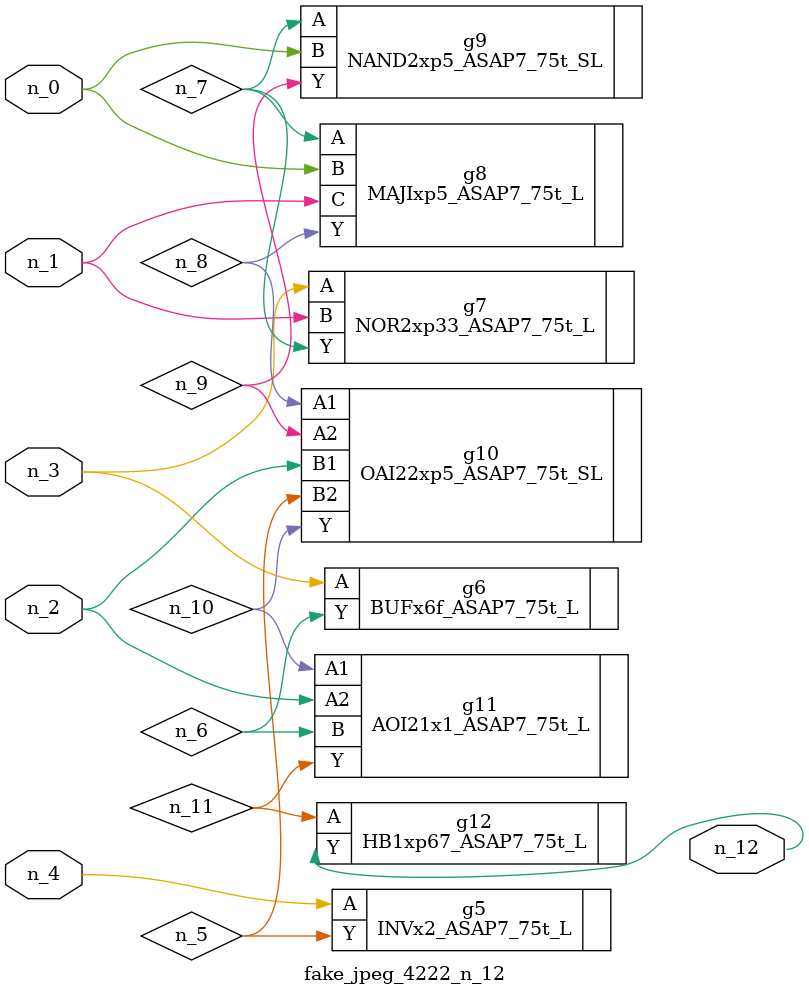
<source format=v>
module fake_jpeg_4222_n_12 (n_3, n_2, n_1, n_0, n_4, n_12);

input n_3;
input n_2;
input n_1;
input n_0;
input n_4;

output n_12;

wire n_11;
wire n_10;
wire n_8;
wire n_9;
wire n_6;
wire n_5;
wire n_7;

INVx2_ASAP7_75t_L g5 ( 
.A(n_4),
.Y(n_5)
);

BUFx6f_ASAP7_75t_L g6 ( 
.A(n_3),
.Y(n_6)
);

NOR2xp33_ASAP7_75t_L g7 ( 
.A(n_3),
.B(n_1),
.Y(n_7)
);

MAJIxp5_ASAP7_75t_L g8 ( 
.A(n_7),
.B(n_0),
.C(n_1),
.Y(n_8)
);

OAI22xp5_ASAP7_75t_SL g10 ( 
.A1(n_8),
.A2(n_9),
.B1(n_2),
.B2(n_5),
.Y(n_10)
);

NAND2xp5_ASAP7_75t_SL g9 ( 
.A(n_7),
.B(n_0),
.Y(n_9)
);

AOI21x1_ASAP7_75t_L g11 ( 
.A1(n_10),
.A2(n_2),
.B(n_6),
.Y(n_11)
);

HB1xp67_ASAP7_75t_L g12 ( 
.A(n_11),
.Y(n_12)
);


endmodule
</source>
